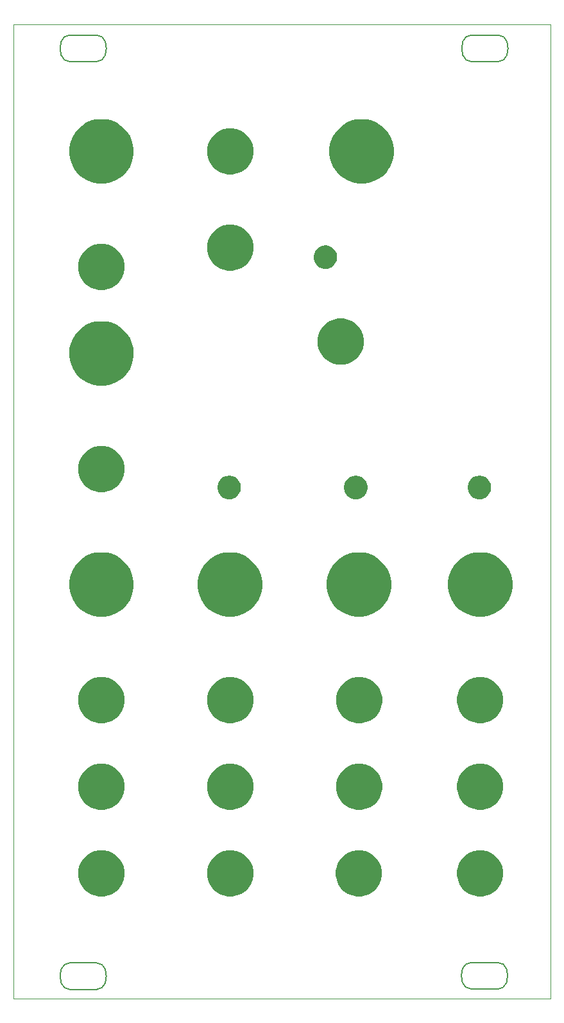
<source format=gbr>
G04 #@! TF.GenerationSoftware,KiCad,Pcbnew,(5.1.6)-1*
G04 #@! TF.CreationDate,2021-08-06T14:06:35+02:00*
G04 #@! TF.ProjectId,Panel Clean,50616e65-6c20-4436-9c65-616e2e6b6963,rev?*
G04 #@! TF.SameCoordinates,Original*
G04 #@! TF.FileFunction,Soldermask,Top*
G04 #@! TF.FilePolarity,Negative*
%FSLAX46Y46*%
G04 Gerber Fmt 4.6, Leading zero omitted, Abs format (unit mm)*
G04 Created by KiCad (PCBNEW (5.1.6)-1) date 2021-08-06 14:06:35*
%MOMM*%
%LPD*%
G01*
G04 APERTURE LIST*
G04 #@! TA.AperFunction,Profile*
%ADD10C,0.200000*%
G04 #@! TD*
G04 #@! TA.AperFunction,Profile*
%ADD11C,0.050000*%
G04 #@! TD*
%ADD12C,0.100000*%
G04 APERTURE END LIST*
D10*
X243664396Y-27960800D02*
G75*
G02*
X242518396Y-28803800I-1145666J357000D01*
G01*
X237840405Y-26146801D02*
G75*
G02*
X238986403Y-25303801I1145665J-356999D01*
G01*
X242518396Y-25303800D02*
G75*
G02*
X243664396Y-26146800I334J-1200000D01*
G01*
X238986400Y-28803800D02*
X242518399Y-28803800D01*
X237840402Y-27960799D02*
G75*
G02*
X237840402Y-26146801I2911998J906999D01*
G01*
X238986405Y-28803801D02*
G75*
G02*
X237840403Y-27960801I-335J1200001D01*
G01*
X242518399Y-25303800D02*
X238986400Y-25303800D01*
X243664398Y-26146802D02*
G75*
G02*
X243664397Y-27960800I-2911998J-906998D01*
G01*
X243613596Y-150310000D02*
G75*
G02*
X242467596Y-151153000I-1145666J357000D01*
G01*
X238935600Y-151153000D02*
X242467599Y-151153000D01*
X238935605Y-151153001D02*
G75*
G02*
X237789603Y-150310001I-335J1200001D01*
G01*
X243613598Y-148496002D02*
G75*
G02*
X243613597Y-150310000I-2911998J-906998D01*
G01*
X237789605Y-148496001D02*
G75*
G02*
X238935603Y-147653001I1145665J-356999D01*
G01*
X242467599Y-147653000D02*
X238935600Y-147653000D01*
X242467596Y-147653000D02*
G75*
G02*
X243613596Y-148496000I334J-1200000D01*
G01*
X237789602Y-150309999D02*
G75*
G02*
X237789602Y-148496001I2911998J906999D01*
G01*
X190664396Y-27960800D02*
G75*
G02*
X189518396Y-28803800I-1145666J357000D01*
G01*
X184840405Y-26146801D02*
G75*
G02*
X185986403Y-25303801I1145665J-356999D01*
G01*
X189518396Y-25303800D02*
G75*
G02*
X190664396Y-26146800I334J-1200000D01*
G01*
X185986400Y-28803800D02*
X189518399Y-28803800D01*
X190664396Y-150360800D02*
G75*
G02*
X189518396Y-151203800I-1145666J357000D01*
G01*
X185986400Y-151203800D02*
X189518399Y-151203800D01*
X185986405Y-151203801D02*
G75*
G02*
X184840403Y-150360801I-335J1200001D01*
G01*
X184840402Y-27960799D02*
G75*
G02*
X184840402Y-26146801I2911998J906999D01*
G01*
X190664398Y-148546802D02*
G75*
G02*
X190664397Y-150360800I-2911998J-906998D01*
G01*
X184840405Y-148546801D02*
G75*
G02*
X185986403Y-147703801I1145665J-356999D01*
G01*
X189518399Y-147703800D02*
X185986400Y-147703800D01*
X185986405Y-28803801D02*
G75*
G02*
X184840403Y-27960801I-335J1200001D01*
G01*
X189518396Y-147703800D02*
G75*
G02*
X190664396Y-148546800I334J-1200000D01*
G01*
X189518399Y-25303800D02*
X185986400Y-25303800D01*
X190664398Y-26146802D02*
G75*
G02*
X190664397Y-27960800I-2911998J-906998D01*
G01*
X184840402Y-150360799D02*
G75*
G02*
X184840402Y-148546801I2911998J906999D01*
G01*
D11*
X178570000Y-23910000D02*
X249420000Y-23910000D01*
X178570000Y-152400000D02*
X178570000Y-23910000D01*
X178570000Y-152400000D02*
X249420000Y-152400000D01*
X249420000Y-152400000D02*
X249420000Y-23910000D01*
D12*
G36*
X208049943Y-132956248D02*
G01*
X208605189Y-133186238D01*
X208605190Y-133186239D01*
X209104899Y-133520134D01*
X209529866Y-133945101D01*
X209529867Y-133945103D01*
X209863762Y-134444811D01*
X210093752Y-135000057D01*
X210211000Y-135589501D01*
X210211000Y-136190499D01*
X210093752Y-136779943D01*
X209863762Y-137335189D01*
X209863761Y-137335190D01*
X209529866Y-137834899D01*
X209104899Y-138259866D01*
X208853347Y-138427948D01*
X208605189Y-138593762D01*
X208049943Y-138823752D01*
X207460499Y-138941000D01*
X206859501Y-138941000D01*
X206270057Y-138823752D01*
X205714811Y-138593762D01*
X205466653Y-138427948D01*
X205215101Y-138259866D01*
X204790134Y-137834899D01*
X204456239Y-137335190D01*
X204456238Y-137335189D01*
X204226248Y-136779943D01*
X204109000Y-136190499D01*
X204109000Y-135589501D01*
X204226248Y-135000057D01*
X204456238Y-134444811D01*
X204790133Y-133945103D01*
X204790134Y-133945101D01*
X205215101Y-133520134D01*
X205714810Y-133186239D01*
X205714811Y-133186238D01*
X206270057Y-132956248D01*
X206859501Y-132839000D01*
X207460499Y-132839000D01*
X208049943Y-132956248D01*
G37*
G36*
X241019943Y-132956248D02*
G01*
X241575189Y-133186238D01*
X241575190Y-133186239D01*
X242074899Y-133520134D01*
X242499866Y-133945101D01*
X242499867Y-133945103D01*
X242833762Y-134444811D01*
X243063752Y-135000057D01*
X243181000Y-135589501D01*
X243181000Y-136190499D01*
X243063752Y-136779943D01*
X242833762Y-137335189D01*
X242833761Y-137335190D01*
X242499866Y-137834899D01*
X242074899Y-138259866D01*
X241823347Y-138427948D01*
X241575189Y-138593762D01*
X241019943Y-138823752D01*
X240430499Y-138941000D01*
X239829501Y-138941000D01*
X239240057Y-138823752D01*
X238684811Y-138593762D01*
X238436653Y-138427948D01*
X238185101Y-138259866D01*
X237760134Y-137834899D01*
X237426239Y-137335190D01*
X237426238Y-137335189D01*
X237196248Y-136779943D01*
X237079000Y-136190499D01*
X237079000Y-135589501D01*
X237196248Y-135000057D01*
X237426238Y-134444811D01*
X237760133Y-133945103D01*
X237760134Y-133945101D01*
X238185101Y-133520134D01*
X238684810Y-133186239D01*
X238684811Y-133186238D01*
X239240057Y-132956248D01*
X239829501Y-132839000D01*
X240430499Y-132839000D01*
X241019943Y-132956248D01*
G37*
G36*
X191039943Y-132956248D02*
G01*
X191595189Y-133186238D01*
X191595190Y-133186239D01*
X192094899Y-133520134D01*
X192519866Y-133945101D01*
X192519867Y-133945103D01*
X192853762Y-134444811D01*
X193083752Y-135000057D01*
X193201000Y-135589501D01*
X193201000Y-136190499D01*
X193083752Y-136779943D01*
X192853762Y-137335189D01*
X192853761Y-137335190D01*
X192519866Y-137834899D01*
X192094899Y-138259866D01*
X191843347Y-138427948D01*
X191595189Y-138593762D01*
X191039943Y-138823752D01*
X190450499Y-138941000D01*
X189849501Y-138941000D01*
X189260057Y-138823752D01*
X188704811Y-138593762D01*
X188456653Y-138427948D01*
X188205101Y-138259866D01*
X187780134Y-137834899D01*
X187446239Y-137335190D01*
X187446238Y-137335189D01*
X187216248Y-136779943D01*
X187099000Y-136190499D01*
X187099000Y-135589501D01*
X187216248Y-135000057D01*
X187446238Y-134444811D01*
X187780133Y-133945103D01*
X187780134Y-133945101D01*
X188205101Y-133520134D01*
X188704810Y-133186239D01*
X188704811Y-133186238D01*
X189260057Y-132956248D01*
X189849501Y-132839000D01*
X190450499Y-132839000D01*
X191039943Y-132956248D01*
G37*
G36*
X225009943Y-132956248D02*
G01*
X225565189Y-133186238D01*
X225565190Y-133186239D01*
X226064899Y-133520134D01*
X226489866Y-133945101D01*
X226489867Y-133945103D01*
X226823762Y-134444811D01*
X227053752Y-135000057D01*
X227171000Y-135589501D01*
X227171000Y-136190499D01*
X227053752Y-136779943D01*
X226823762Y-137335189D01*
X226823761Y-137335190D01*
X226489866Y-137834899D01*
X226064899Y-138259866D01*
X225813347Y-138427948D01*
X225565189Y-138593762D01*
X225009943Y-138823752D01*
X224420499Y-138941000D01*
X223819501Y-138941000D01*
X223230057Y-138823752D01*
X222674811Y-138593762D01*
X222426653Y-138427948D01*
X222175101Y-138259866D01*
X221750134Y-137834899D01*
X221416239Y-137335190D01*
X221416238Y-137335189D01*
X221186248Y-136779943D01*
X221069000Y-136190499D01*
X221069000Y-135589501D01*
X221186248Y-135000057D01*
X221416238Y-134444811D01*
X221750133Y-133945103D01*
X221750134Y-133945101D01*
X222175101Y-133520134D01*
X222674810Y-133186239D01*
X222674811Y-133186238D01*
X223230057Y-132956248D01*
X223819501Y-132839000D01*
X224420499Y-132839000D01*
X225009943Y-132956248D01*
G37*
G36*
X208049943Y-121526248D02*
G01*
X208605189Y-121756238D01*
X208605190Y-121756239D01*
X209104899Y-122090134D01*
X209529866Y-122515101D01*
X209529867Y-122515103D01*
X209863762Y-123014811D01*
X210093752Y-123570057D01*
X210211000Y-124159501D01*
X210211000Y-124760499D01*
X210093752Y-125349943D01*
X209863762Y-125905189D01*
X209863761Y-125905190D01*
X209529866Y-126404899D01*
X209104899Y-126829866D01*
X208853347Y-126997948D01*
X208605189Y-127163762D01*
X208049943Y-127393752D01*
X207460499Y-127511000D01*
X206859501Y-127511000D01*
X206270057Y-127393752D01*
X205714811Y-127163762D01*
X205466653Y-126997948D01*
X205215101Y-126829866D01*
X204790134Y-126404899D01*
X204456239Y-125905190D01*
X204456238Y-125905189D01*
X204226248Y-125349943D01*
X204109000Y-124760499D01*
X204109000Y-124159501D01*
X204226248Y-123570057D01*
X204456238Y-123014811D01*
X204790133Y-122515103D01*
X204790134Y-122515101D01*
X205215101Y-122090134D01*
X205714810Y-121756239D01*
X205714811Y-121756238D01*
X206270057Y-121526248D01*
X206859501Y-121409000D01*
X207460499Y-121409000D01*
X208049943Y-121526248D01*
G37*
G36*
X241019943Y-121526248D02*
G01*
X241575189Y-121756238D01*
X241575190Y-121756239D01*
X242074899Y-122090134D01*
X242499866Y-122515101D01*
X242499867Y-122515103D01*
X242833762Y-123014811D01*
X243063752Y-123570057D01*
X243181000Y-124159501D01*
X243181000Y-124760499D01*
X243063752Y-125349943D01*
X242833762Y-125905189D01*
X242833761Y-125905190D01*
X242499866Y-126404899D01*
X242074899Y-126829866D01*
X241823347Y-126997948D01*
X241575189Y-127163762D01*
X241019943Y-127393752D01*
X240430499Y-127511000D01*
X239829501Y-127511000D01*
X239240057Y-127393752D01*
X238684811Y-127163762D01*
X238436653Y-126997948D01*
X238185101Y-126829866D01*
X237760134Y-126404899D01*
X237426239Y-125905190D01*
X237426238Y-125905189D01*
X237196248Y-125349943D01*
X237079000Y-124760499D01*
X237079000Y-124159501D01*
X237196248Y-123570057D01*
X237426238Y-123014811D01*
X237760133Y-122515103D01*
X237760134Y-122515101D01*
X238185101Y-122090134D01*
X238684810Y-121756239D01*
X238684811Y-121756238D01*
X239240057Y-121526248D01*
X239829501Y-121409000D01*
X240430499Y-121409000D01*
X241019943Y-121526248D01*
G37*
G36*
X225059943Y-121526248D02*
G01*
X225615189Y-121756238D01*
X225615190Y-121756239D01*
X226114899Y-122090134D01*
X226539866Y-122515101D01*
X226539867Y-122515103D01*
X226873762Y-123014811D01*
X227103752Y-123570057D01*
X227221000Y-124159501D01*
X227221000Y-124760499D01*
X227103752Y-125349943D01*
X226873762Y-125905189D01*
X226873761Y-125905190D01*
X226539866Y-126404899D01*
X226114899Y-126829866D01*
X225863347Y-126997948D01*
X225615189Y-127163762D01*
X225059943Y-127393752D01*
X224470499Y-127511000D01*
X223869501Y-127511000D01*
X223280057Y-127393752D01*
X222724811Y-127163762D01*
X222476653Y-126997948D01*
X222225101Y-126829866D01*
X221800134Y-126404899D01*
X221466239Y-125905190D01*
X221466238Y-125905189D01*
X221236248Y-125349943D01*
X221119000Y-124760499D01*
X221119000Y-124159501D01*
X221236248Y-123570057D01*
X221466238Y-123014811D01*
X221800133Y-122515103D01*
X221800134Y-122515101D01*
X222225101Y-122090134D01*
X222724810Y-121756239D01*
X222724811Y-121756238D01*
X223280057Y-121526248D01*
X223869501Y-121409000D01*
X224470499Y-121409000D01*
X225059943Y-121526248D01*
G37*
G36*
X191039943Y-121526248D02*
G01*
X191595189Y-121756238D01*
X191595190Y-121756239D01*
X192094899Y-122090134D01*
X192519866Y-122515101D01*
X192519867Y-122515103D01*
X192853762Y-123014811D01*
X193083752Y-123570057D01*
X193201000Y-124159501D01*
X193201000Y-124760499D01*
X193083752Y-125349943D01*
X192853762Y-125905189D01*
X192853761Y-125905190D01*
X192519866Y-126404899D01*
X192094899Y-126829866D01*
X191843347Y-126997948D01*
X191595189Y-127163762D01*
X191039943Y-127393752D01*
X190450499Y-127511000D01*
X189849501Y-127511000D01*
X189260057Y-127393752D01*
X188704811Y-127163762D01*
X188456653Y-126997948D01*
X188205101Y-126829866D01*
X187780134Y-126404899D01*
X187446239Y-125905190D01*
X187446238Y-125905189D01*
X187216248Y-125349943D01*
X187099000Y-124760499D01*
X187099000Y-124159501D01*
X187216248Y-123570057D01*
X187446238Y-123014811D01*
X187780133Y-122515103D01*
X187780134Y-122515101D01*
X188205101Y-122090134D01*
X188704810Y-121756239D01*
X188704811Y-121756238D01*
X189260057Y-121526248D01*
X189849501Y-121409000D01*
X190450499Y-121409000D01*
X191039943Y-121526248D01*
G37*
G36*
X241019943Y-110096248D02*
G01*
X241575189Y-110326238D01*
X241575190Y-110326239D01*
X242074899Y-110660134D01*
X242499866Y-111085101D01*
X242499867Y-111085103D01*
X242833762Y-111584811D01*
X243063752Y-112140057D01*
X243181000Y-112729501D01*
X243181000Y-113330499D01*
X243063752Y-113919943D01*
X242833762Y-114475189D01*
X242833761Y-114475190D01*
X242499866Y-114974899D01*
X242074899Y-115399866D01*
X241823347Y-115567948D01*
X241575189Y-115733762D01*
X241019943Y-115963752D01*
X240430499Y-116081000D01*
X239829501Y-116081000D01*
X239240057Y-115963752D01*
X238684811Y-115733762D01*
X238436653Y-115567948D01*
X238185101Y-115399866D01*
X237760134Y-114974899D01*
X237426239Y-114475190D01*
X237426238Y-114475189D01*
X237196248Y-113919943D01*
X237079000Y-113330499D01*
X237079000Y-112729501D01*
X237196248Y-112140057D01*
X237426238Y-111584811D01*
X237760133Y-111085103D01*
X237760134Y-111085101D01*
X238185101Y-110660134D01*
X238684810Y-110326239D01*
X238684811Y-110326238D01*
X239240057Y-110096248D01*
X239829501Y-109979000D01*
X240430499Y-109979000D01*
X241019943Y-110096248D01*
G37*
G36*
X225059943Y-110096248D02*
G01*
X225615189Y-110326238D01*
X225615190Y-110326239D01*
X226114899Y-110660134D01*
X226539866Y-111085101D01*
X226539867Y-111085103D01*
X226873762Y-111584811D01*
X227103752Y-112140057D01*
X227221000Y-112729501D01*
X227221000Y-113330499D01*
X227103752Y-113919943D01*
X226873762Y-114475189D01*
X226873761Y-114475190D01*
X226539866Y-114974899D01*
X226114899Y-115399866D01*
X225863347Y-115567948D01*
X225615189Y-115733762D01*
X225059943Y-115963752D01*
X224470499Y-116081000D01*
X223869501Y-116081000D01*
X223280057Y-115963752D01*
X222724811Y-115733762D01*
X222476653Y-115567948D01*
X222225101Y-115399866D01*
X221800134Y-114974899D01*
X221466239Y-114475190D01*
X221466238Y-114475189D01*
X221236248Y-113919943D01*
X221119000Y-113330499D01*
X221119000Y-112729501D01*
X221236248Y-112140057D01*
X221466238Y-111584811D01*
X221800133Y-111085103D01*
X221800134Y-111085101D01*
X222225101Y-110660134D01*
X222724810Y-110326239D01*
X222724811Y-110326238D01*
X223280057Y-110096248D01*
X223869501Y-109979000D01*
X224470499Y-109979000D01*
X225059943Y-110096248D01*
G37*
G36*
X208049943Y-110096248D02*
G01*
X208605189Y-110326238D01*
X208605190Y-110326239D01*
X209104899Y-110660134D01*
X209529866Y-111085101D01*
X209529867Y-111085103D01*
X209863762Y-111584811D01*
X210093752Y-112140057D01*
X210211000Y-112729501D01*
X210211000Y-113330499D01*
X210093752Y-113919943D01*
X209863762Y-114475189D01*
X209863761Y-114475190D01*
X209529866Y-114974899D01*
X209104899Y-115399866D01*
X208853347Y-115567948D01*
X208605189Y-115733762D01*
X208049943Y-115963752D01*
X207460499Y-116081000D01*
X206859501Y-116081000D01*
X206270057Y-115963752D01*
X205714811Y-115733762D01*
X205466653Y-115567948D01*
X205215101Y-115399866D01*
X204790134Y-114974899D01*
X204456239Y-114475190D01*
X204456238Y-114475189D01*
X204226248Y-113919943D01*
X204109000Y-113330499D01*
X204109000Y-112729501D01*
X204226248Y-112140057D01*
X204456238Y-111584811D01*
X204790133Y-111085103D01*
X204790134Y-111085101D01*
X205215101Y-110660134D01*
X205714810Y-110326239D01*
X205714811Y-110326238D01*
X206270057Y-110096248D01*
X206859501Y-109979000D01*
X207460499Y-109979000D01*
X208049943Y-110096248D01*
G37*
G36*
X191039943Y-110096248D02*
G01*
X191595189Y-110326238D01*
X191595190Y-110326239D01*
X192094899Y-110660134D01*
X192519866Y-111085101D01*
X192519867Y-111085103D01*
X192853762Y-111584811D01*
X193083752Y-112140057D01*
X193201000Y-112729501D01*
X193201000Y-113330499D01*
X193083752Y-113919943D01*
X192853762Y-114475189D01*
X192853761Y-114475190D01*
X192519866Y-114974899D01*
X192094899Y-115399866D01*
X191843347Y-115567948D01*
X191595189Y-115733762D01*
X191039943Y-115963752D01*
X190450499Y-116081000D01*
X189849501Y-116081000D01*
X189260057Y-115963752D01*
X188704811Y-115733762D01*
X188456653Y-115567948D01*
X188205101Y-115399866D01*
X187780134Y-114974899D01*
X187446239Y-114475190D01*
X187446238Y-114475189D01*
X187216248Y-113919943D01*
X187099000Y-113330499D01*
X187099000Y-112729501D01*
X187216248Y-112140057D01*
X187446238Y-111584811D01*
X187780133Y-111085103D01*
X187780134Y-111085101D01*
X188205101Y-110660134D01*
X188704810Y-110326239D01*
X188704811Y-110326238D01*
X189260057Y-110096248D01*
X189849501Y-109979000D01*
X190450499Y-109979000D01*
X191039943Y-110096248D01*
G37*
G36*
X207939329Y-93620682D02*
G01*
X208349971Y-93702363D01*
X209123604Y-94022812D01*
X209819855Y-94488033D01*
X210411967Y-95080145D01*
X210877188Y-95776396D01*
X211197637Y-96550029D01*
X211361000Y-97371313D01*
X211361000Y-98208687D01*
X211197637Y-99029971D01*
X210877188Y-99803604D01*
X210411967Y-100499855D01*
X209819855Y-101091967D01*
X209123604Y-101557188D01*
X208349971Y-101877637D01*
X207939329Y-101959318D01*
X207528688Y-102041000D01*
X206691312Y-102041000D01*
X206280671Y-101959318D01*
X205870029Y-101877637D01*
X205096396Y-101557188D01*
X204400145Y-101091967D01*
X203808033Y-100499855D01*
X203342812Y-99803604D01*
X203022363Y-99029971D01*
X202859000Y-98208687D01*
X202859000Y-97371313D01*
X203022363Y-96550029D01*
X203342812Y-95776396D01*
X203808033Y-95080145D01*
X204400145Y-94488033D01*
X205096396Y-94022812D01*
X205870029Y-93702363D01*
X206280671Y-93620681D01*
X206691312Y-93539000D01*
X207528688Y-93539000D01*
X207939329Y-93620682D01*
G37*
G36*
X190979329Y-93620682D02*
G01*
X191389971Y-93702363D01*
X192163604Y-94022812D01*
X192859855Y-94488033D01*
X193451967Y-95080145D01*
X193917188Y-95776396D01*
X194237637Y-96550029D01*
X194401000Y-97371313D01*
X194401000Y-98208687D01*
X194237637Y-99029971D01*
X193917188Y-99803604D01*
X193451967Y-100499855D01*
X192859855Y-101091967D01*
X192163604Y-101557188D01*
X191389971Y-101877637D01*
X190979329Y-101959318D01*
X190568688Y-102041000D01*
X189731312Y-102041000D01*
X189320671Y-101959318D01*
X188910029Y-101877637D01*
X188136396Y-101557188D01*
X187440145Y-101091967D01*
X186848033Y-100499855D01*
X186382812Y-99803604D01*
X186062363Y-99029971D01*
X185899000Y-98208687D01*
X185899000Y-97371313D01*
X186062363Y-96550029D01*
X186382812Y-95776396D01*
X186848033Y-95080145D01*
X187440145Y-94488033D01*
X188136396Y-94022812D01*
X188910029Y-93702363D01*
X189320671Y-93620681D01*
X189731312Y-93539000D01*
X190568688Y-93539000D01*
X190979329Y-93620682D01*
G37*
G36*
X240959329Y-93620682D02*
G01*
X241369971Y-93702363D01*
X242143604Y-94022812D01*
X242839855Y-94488033D01*
X243431967Y-95080145D01*
X243897188Y-95776396D01*
X244217637Y-96550029D01*
X244381000Y-97371313D01*
X244381000Y-98208687D01*
X244217637Y-99029971D01*
X243897188Y-99803604D01*
X243431967Y-100499855D01*
X242839855Y-101091967D01*
X242143604Y-101557188D01*
X241369971Y-101877637D01*
X240959329Y-101959318D01*
X240548688Y-102041000D01*
X239711312Y-102041000D01*
X239300671Y-101959318D01*
X238890029Y-101877637D01*
X238116396Y-101557188D01*
X237420145Y-101091967D01*
X236828033Y-100499855D01*
X236362812Y-99803604D01*
X236042363Y-99029971D01*
X235879000Y-98208687D01*
X235879000Y-97371313D01*
X236042363Y-96550029D01*
X236362812Y-95776396D01*
X236828033Y-95080145D01*
X237420145Y-94488033D01*
X238116396Y-94022812D01*
X238890029Y-93702363D01*
X239300671Y-93620681D01*
X239711312Y-93539000D01*
X240548688Y-93539000D01*
X240959329Y-93620682D01*
G37*
G36*
X224969329Y-93620682D02*
G01*
X225379971Y-93702363D01*
X226153604Y-94022812D01*
X226849855Y-94488033D01*
X227441967Y-95080145D01*
X227907188Y-95776396D01*
X228227637Y-96550029D01*
X228391000Y-97371313D01*
X228391000Y-98208687D01*
X228227637Y-99029971D01*
X227907188Y-99803604D01*
X227441967Y-100499855D01*
X226849855Y-101091967D01*
X226153604Y-101557188D01*
X225379971Y-101877637D01*
X224969329Y-101959318D01*
X224558688Y-102041000D01*
X223721312Y-102041000D01*
X223310671Y-101959318D01*
X222900029Y-101877637D01*
X222126396Y-101557188D01*
X221430145Y-101091967D01*
X220838033Y-100499855D01*
X220372812Y-99803604D01*
X220052363Y-99029971D01*
X219889000Y-98208687D01*
X219889000Y-97371313D01*
X220052363Y-96550029D01*
X220372812Y-95776396D01*
X220838033Y-95080145D01*
X221430145Y-94488033D01*
X222126396Y-94022812D01*
X222900029Y-93702363D01*
X223310671Y-93620681D01*
X223721312Y-93539000D01*
X224558688Y-93539000D01*
X224969329Y-93620682D01*
G37*
G36*
X240332585Y-83468802D02*
G01*
X240482410Y-83498604D01*
X240764674Y-83615521D01*
X241018705Y-83785259D01*
X241234741Y-84001295D01*
X241404479Y-84255326D01*
X241521396Y-84537590D01*
X241581000Y-84837240D01*
X241581000Y-85142760D01*
X241521396Y-85442410D01*
X241404479Y-85724674D01*
X241234741Y-85978705D01*
X241018705Y-86194741D01*
X240764674Y-86364479D01*
X240482410Y-86481396D01*
X240332585Y-86511198D01*
X240182761Y-86541000D01*
X239877239Y-86541000D01*
X239727415Y-86511198D01*
X239577590Y-86481396D01*
X239295326Y-86364479D01*
X239041295Y-86194741D01*
X238825259Y-85978705D01*
X238655521Y-85724674D01*
X238538604Y-85442410D01*
X238479000Y-85142760D01*
X238479000Y-84837240D01*
X238538604Y-84537590D01*
X238655521Y-84255326D01*
X238825259Y-84001295D01*
X239041295Y-83785259D01*
X239295326Y-83615521D01*
X239577590Y-83498604D01*
X239727415Y-83468802D01*
X239877239Y-83439000D01*
X240182761Y-83439000D01*
X240332585Y-83468802D01*
G37*
G36*
X224022585Y-83468802D02*
G01*
X224172410Y-83498604D01*
X224454674Y-83615521D01*
X224708705Y-83785259D01*
X224924741Y-84001295D01*
X225094479Y-84255326D01*
X225211396Y-84537590D01*
X225271000Y-84837240D01*
X225271000Y-85142760D01*
X225211396Y-85442410D01*
X225094479Y-85724674D01*
X224924741Y-85978705D01*
X224708705Y-86194741D01*
X224454674Y-86364479D01*
X224172410Y-86481396D01*
X224022585Y-86511198D01*
X223872761Y-86541000D01*
X223567239Y-86541000D01*
X223417415Y-86511198D01*
X223267590Y-86481396D01*
X222985326Y-86364479D01*
X222731295Y-86194741D01*
X222515259Y-85978705D01*
X222345521Y-85724674D01*
X222228604Y-85442410D01*
X222169000Y-85142760D01*
X222169000Y-84837240D01*
X222228604Y-84537590D01*
X222345521Y-84255326D01*
X222515259Y-84001295D01*
X222731295Y-83785259D01*
X222985326Y-83615521D01*
X223267590Y-83498604D01*
X223417415Y-83468802D01*
X223567239Y-83439000D01*
X223872761Y-83439000D01*
X224022585Y-83468802D01*
G37*
G36*
X207312585Y-83468802D02*
G01*
X207462410Y-83498604D01*
X207744674Y-83615521D01*
X207998705Y-83785259D01*
X208214741Y-84001295D01*
X208384479Y-84255326D01*
X208501396Y-84537590D01*
X208561000Y-84837240D01*
X208561000Y-85142760D01*
X208501396Y-85442410D01*
X208384479Y-85724674D01*
X208214741Y-85978705D01*
X207998705Y-86194741D01*
X207744674Y-86364479D01*
X207462410Y-86481396D01*
X207312585Y-86511198D01*
X207162761Y-86541000D01*
X206857239Y-86541000D01*
X206707415Y-86511198D01*
X206557590Y-86481396D01*
X206275326Y-86364479D01*
X206021295Y-86194741D01*
X205805259Y-85978705D01*
X205635521Y-85724674D01*
X205518604Y-85442410D01*
X205459000Y-85142760D01*
X205459000Y-84837240D01*
X205518604Y-84537590D01*
X205635521Y-84255326D01*
X205805259Y-84001295D01*
X206021295Y-83785259D01*
X206275326Y-83615521D01*
X206557590Y-83498604D01*
X206707415Y-83468802D01*
X206857239Y-83439000D01*
X207162761Y-83439000D01*
X207312585Y-83468802D01*
G37*
G36*
X191039943Y-79616248D02*
G01*
X191595189Y-79846238D01*
X191595190Y-79846239D01*
X192094899Y-80180134D01*
X192519866Y-80605101D01*
X192519867Y-80605103D01*
X192853762Y-81104811D01*
X193083752Y-81660057D01*
X193201000Y-82249501D01*
X193201000Y-82850499D01*
X193083752Y-83439943D01*
X192853762Y-83995189D01*
X192853761Y-83995190D01*
X192519866Y-84494899D01*
X192094899Y-84919866D01*
X191843347Y-85087948D01*
X191595189Y-85253762D01*
X191039943Y-85483752D01*
X190450499Y-85601000D01*
X189849501Y-85601000D01*
X189260057Y-85483752D01*
X188704811Y-85253762D01*
X188456653Y-85087948D01*
X188205101Y-84919866D01*
X187780134Y-84494899D01*
X187446239Y-83995190D01*
X187446238Y-83995189D01*
X187216248Y-83439943D01*
X187099000Y-82850499D01*
X187099000Y-82249501D01*
X187216248Y-81660057D01*
X187446238Y-81104811D01*
X187780133Y-80605103D01*
X187780134Y-80605101D01*
X188205101Y-80180134D01*
X188704810Y-79846239D01*
X188704811Y-79846238D01*
X189260057Y-79616248D01*
X189849501Y-79499000D01*
X190450499Y-79499000D01*
X191039943Y-79616248D01*
G37*
G36*
X190979329Y-63140682D02*
G01*
X191389971Y-63222363D01*
X192163604Y-63542812D01*
X192859855Y-64008033D01*
X193451967Y-64600145D01*
X193917188Y-65296396D01*
X194225404Y-66040497D01*
X194237637Y-66070030D01*
X194349011Y-66629943D01*
X194401000Y-66891313D01*
X194401000Y-67728687D01*
X194237637Y-68549971D01*
X193917188Y-69323604D01*
X193451967Y-70019855D01*
X192859855Y-70611967D01*
X192163604Y-71077188D01*
X191389971Y-71397637D01*
X190979329Y-71479319D01*
X190568688Y-71561000D01*
X189731312Y-71561000D01*
X189320671Y-71479319D01*
X188910029Y-71397637D01*
X188136396Y-71077188D01*
X187440145Y-70611967D01*
X186848033Y-70019855D01*
X186382812Y-69323604D01*
X186062363Y-68549971D01*
X185899000Y-67728687D01*
X185899000Y-66891313D01*
X185950990Y-66629943D01*
X186062363Y-66070030D01*
X186074596Y-66040497D01*
X186382812Y-65296396D01*
X186848033Y-64600145D01*
X187440145Y-64008033D01*
X188136396Y-63542812D01*
X188910029Y-63222363D01*
X189320671Y-63140682D01*
X189731312Y-63059000D01*
X190568688Y-63059000D01*
X190979329Y-63140682D01*
G37*
G36*
X222619943Y-62806248D02*
G01*
X223175189Y-63036238D01*
X223423347Y-63202052D01*
X223674899Y-63370134D01*
X224099866Y-63795101D01*
X224099867Y-63795103D01*
X224433762Y-64294811D01*
X224663752Y-64850057D01*
X224781000Y-65439501D01*
X224781000Y-66040499D01*
X224663752Y-66629943D01*
X224433762Y-67185189D01*
X224433761Y-67185190D01*
X224099866Y-67684899D01*
X223674899Y-68109866D01*
X223423347Y-68277948D01*
X223175189Y-68443762D01*
X222619943Y-68673752D01*
X222030499Y-68791000D01*
X221429501Y-68791000D01*
X220840057Y-68673752D01*
X220284811Y-68443762D01*
X220036653Y-68277948D01*
X219785101Y-68109866D01*
X219360134Y-67684899D01*
X219026239Y-67185190D01*
X219026238Y-67185189D01*
X218796248Y-66629943D01*
X218679000Y-66040499D01*
X218679000Y-65439501D01*
X218796248Y-64850057D01*
X219026238Y-64294811D01*
X219360133Y-63795103D01*
X219360134Y-63795101D01*
X219785101Y-63370134D01*
X220036653Y-63202052D01*
X220284811Y-63036238D01*
X220840057Y-62806248D01*
X221429501Y-62689000D01*
X222030499Y-62689000D01*
X222619943Y-62806248D01*
G37*
G36*
X191039943Y-52946248D02*
G01*
X191595189Y-53176238D01*
X191595190Y-53176239D01*
X192094899Y-53510134D01*
X192519866Y-53935101D01*
X192519867Y-53935103D01*
X192853762Y-54434811D01*
X193083752Y-54990057D01*
X193201000Y-55579501D01*
X193201000Y-56180499D01*
X193083752Y-56769943D01*
X192853762Y-57325189D01*
X192853761Y-57325190D01*
X192519866Y-57824899D01*
X192094899Y-58249866D01*
X191843347Y-58417948D01*
X191595189Y-58583762D01*
X191039943Y-58813752D01*
X190450499Y-58931000D01*
X189849501Y-58931000D01*
X189260057Y-58813752D01*
X188704811Y-58583762D01*
X188456653Y-58417948D01*
X188205101Y-58249866D01*
X187780134Y-57824899D01*
X187446239Y-57325190D01*
X187446238Y-57325189D01*
X187216248Y-56769943D01*
X187099000Y-56180499D01*
X187099000Y-55579501D01*
X187216248Y-54990057D01*
X187446238Y-54434811D01*
X187780133Y-53935103D01*
X187780134Y-53935101D01*
X188205101Y-53510134D01*
X188704810Y-53176239D01*
X188704811Y-53176238D01*
X189260057Y-52946248D01*
X189849501Y-52829000D01*
X190450499Y-52829000D01*
X191039943Y-52946248D01*
G37*
G36*
X208049943Y-50406248D02*
G01*
X208605189Y-50636238D01*
X208605190Y-50636239D01*
X209104899Y-50970134D01*
X209529866Y-51395101D01*
X209529867Y-51395103D01*
X209863762Y-51894811D01*
X210093752Y-52450057D01*
X210211000Y-53039501D01*
X210211000Y-53640499D01*
X210093752Y-54229943D01*
X209863762Y-54785189D01*
X209863761Y-54785190D01*
X209529866Y-55284899D01*
X209104899Y-55709866D01*
X208853347Y-55877948D01*
X208605189Y-56043762D01*
X208049943Y-56273752D01*
X207460499Y-56391000D01*
X206859501Y-56391000D01*
X206270057Y-56273752D01*
X205714811Y-56043762D01*
X205466653Y-55877948D01*
X205215101Y-55709866D01*
X204790134Y-55284899D01*
X204456239Y-54785190D01*
X204456238Y-54785189D01*
X204226248Y-54229943D01*
X204109000Y-53640499D01*
X204109000Y-53039501D01*
X204226248Y-52450057D01*
X204456238Y-51894811D01*
X204790133Y-51395103D01*
X204790134Y-51395101D01*
X205215101Y-50970134D01*
X205714810Y-50636239D01*
X205714811Y-50636238D01*
X206270057Y-50406248D01*
X206859501Y-50289000D01*
X207460499Y-50289000D01*
X208049943Y-50406248D01*
G37*
G36*
X220012585Y-53088802D02*
G01*
X220162410Y-53118604D01*
X220444674Y-53235521D01*
X220698705Y-53405259D01*
X220914741Y-53621295D01*
X221084479Y-53875326D01*
X221109238Y-53935101D01*
X221201396Y-54157591D01*
X221261000Y-54457239D01*
X221261000Y-54762761D01*
X221231198Y-54912585D01*
X221201396Y-55062410D01*
X221084479Y-55344674D01*
X220914741Y-55598705D01*
X220698705Y-55814741D01*
X220444674Y-55984479D01*
X220162410Y-56101396D01*
X220012585Y-56131198D01*
X219862761Y-56161000D01*
X219557239Y-56161000D01*
X219407415Y-56131198D01*
X219257590Y-56101396D01*
X218975326Y-55984479D01*
X218721295Y-55814741D01*
X218505259Y-55598705D01*
X218335521Y-55344674D01*
X218218604Y-55062410D01*
X218188802Y-54912585D01*
X218159000Y-54762761D01*
X218159000Y-54457239D01*
X218218604Y-54157591D01*
X218310762Y-53935101D01*
X218335521Y-53875326D01*
X218505259Y-53621295D01*
X218721295Y-53405259D01*
X218975326Y-53235521D01*
X219257590Y-53118604D01*
X219407415Y-53088802D01*
X219557239Y-53059000D01*
X219862761Y-53059000D01*
X220012585Y-53088802D01*
G37*
G36*
X225319329Y-36470681D02*
G01*
X225729971Y-36552363D01*
X226503604Y-36872812D01*
X227061362Y-37245494D01*
X227199854Y-37338032D01*
X227791968Y-37930146D01*
X227796039Y-37936239D01*
X228257188Y-38626396D01*
X228577637Y-39400029D01*
X228741000Y-40221313D01*
X228741000Y-41058687D01*
X228577637Y-41879971D01*
X228257188Y-42653604D01*
X228019140Y-43009867D01*
X227796039Y-43343762D01*
X227791967Y-43349855D01*
X227199855Y-43941967D01*
X226503604Y-44407188D01*
X225729971Y-44727637D01*
X225319329Y-44809318D01*
X224908688Y-44891000D01*
X224071312Y-44891000D01*
X223660671Y-44809318D01*
X223250029Y-44727637D01*
X222476396Y-44407188D01*
X221780145Y-43941967D01*
X221188033Y-43349855D01*
X221183962Y-43343762D01*
X220960860Y-43009867D01*
X220722812Y-42653604D01*
X220402363Y-41879971D01*
X220239000Y-41058687D01*
X220239000Y-40221313D01*
X220402363Y-39400029D01*
X220722812Y-38626396D01*
X221183961Y-37936239D01*
X221188032Y-37930146D01*
X221780146Y-37338032D01*
X221918638Y-37245494D01*
X222476396Y-36872812D01*
X223250029Y-36552363D01*
X223660671Y-36470681D01*
X224071312Y-36389000D01*
X224908688Y-36389000D01*
X225319329Y-36470681D01*
G37*
G36*
X190979329Y-36470681D02*
G01*
X191389971Y-36552363D01*
X192163604Y-36872812D01*
X192721362Y-37245494D01*
X192859854Y-37338032D01*
X193451968Y-37930146D01*
X193456039Y-37936239D01*
X193917188Y-38626396D01*
X194237637Y-39400029D01*
X194401000Y-40221313D01*
X194401000Y-41058687D01*
X194237637Y-41879971D01*
X193917188Y-42653604D01*
X193679140Y-43009867D01*
X193456039Y-43343762D01*
X193451967Y-43349855D01*
X192859855Y-43941967D01*
X192163604Y-44407188D01*
X191389971Y-44727637D01*
X190979329Y-44809318D01*
X190568688Y-44891000D01*
X189731312Y-44891000D01*
X189320671Y-44809318D01*
X188910029Y-44727637D01*
X188136396Y-44407188D01*
X187440145Y-43941967D01*
X186848033Y-43349855D01*
X186843962Y-43343762D01*
X186620860Y-43009867D01*
X186382812Y-42653604D01*
X186062363Y-41879971D01*
X185899000Y-41058687D01*
X185899000Y-40221313D01*
X186062363Y-39400029D01*
X186382812Y-38626396D01*
X186843961Y-37936239D01*
X186848032Y-37930146D01*
X187440146Y-37338032D01*
X187578638Y-37245494D01*
X188136396Y-36872812D01*
X188910029Y-36552363D01*
X189320671Y-36470681D01*
X189731312Y-36389000D01*
X190568688Y-36389000D01*
X190979329Y-36470681D01*
G37*
G36*
X208049943Y-37706248D02*
G01*
X208605189Y-37936238D01*
X208605190Y-37936239D01*
X209104899Y-38270134D01*
X209529866Y-38695101D01*
X209529867Y-38695103D01*
X209863762Y-39194811D01*
X210093752Y-39750057D01*
X210211000Y-40339501D01*
X210211000Y-40940499D01*
X210093752Y-41529943D01*
X209863762Y-42085189D01*
X209863761Y-42085190D01*
X209529866Y-42584899D01*
X209104899Y-43009866D01*
X208853347Y-43177948D01*
X208605189Y-43343762D01*
X208049943Y-43573752D01*
X207460499Y-43691000D01*
X206859501Y-43691000D01*
X206270057Y-43573752D01*
X205714811Y-43343762D01*
X205466653Y-43177948D01*
X205215101Y-43009866D01*
X204790134Y-42584899D01*
X204456239Y-42085190D01*
X204456238Y-42085189D01*
X204226248Y-41529943D01*
X204109000Y-40940499D01*
X204109000Y-40339501D01*
X204226248Y-39750057D01*
X204456238Y-39194811D01*
X204790133Y-38695103D01*
X204790134Y-38695101D01*
X205215101Y-38270134D01*
X205714810Y-37936239D01*
X205714811Y-37936238D01*
X206270057Y-37706248D01*
X206859501Y-37589000D01*
X207460499Y-37589000D01*
X208049943Y-37706248D01*
G37*
M02*

</source>
